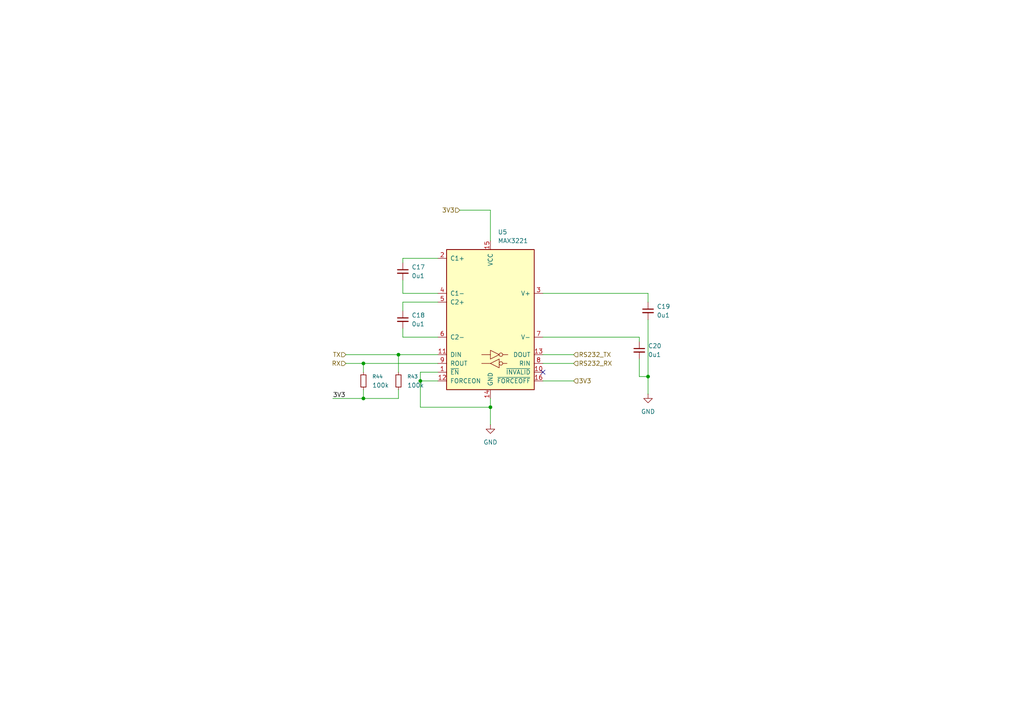
<source format=kicad_sch>
(kicad_sch (version 20250114) (generator "eeschema") (generator_version "9.0")
  (paper "A4")
  (lib_symbols
    (symbol "Device:C_Small" (pin_numbers (hide yes)) (pin_names (offset 0.254) (hide yes))
      (property "Reference" "C" (at 0.254 1.778 0))
      (property "Value" "C_Small" (at 0.254 -2.032 0))
      (symbol "C_Small_0_1"
        (polyline (pts (xy -1.524 0.508) (xy 1.524 0.508)) (stroke (width 0.3048)))
        (polyline (pts (xy -1.524 -0.508) (xy 1.524 -0.508)) (stroke (width 0.3302)))
      )
      (symbol "C_Small_1_1"
        (pin passive line (at 0 2.54 270) (length 2.032) (name "~") (number "1"))
        (pin passive line (at 0 -2.54 90) (length 2.032) (name "~") (number "2"))
      )
    )
    (symbol "Device:R_Small" (pin_numbers (hide yes)) (pin_names (offset 0.254) (hide yes))
      (property "Reference" "R" (at 0 0 90))
      (property "Value" "R_Small" (at 1.778 0 90))
      (symbol "R_Small_0_1"
        (rectangle (start -0.762 1.778) (end 0.762 -1.778) (stroke (width 0.2032)))
      )
      (symbol "R_Small_1_1"
        (pin passive line (at 0 2.54 270) (length 0.762) (name "~") (number "1"))
        (pin passive line (at 0 -2.54 90) (length 0.762) (name "~") (number "2"))
      )
    )
    (symbol "Interface_UART:MAX3221" (pin_names (offset 1.016))
      (property "Reference" "U" (at -10.16 21.59 0))
      (property "Value" "MAX3221" (at 12.7 21.59 0))
      (symbol "MAX3221_0_1"
        (rectangle (start -12.7 -20.32) (end 12.7 20.32) (stroke (width 0.254)) (fill (type background)))
        (polyline (pts (xy -2.54 -10.16) (xy 0 -10.16) (xy 0 -10.16)))
        (polyline (pts (xy -2.54 -12.7) (xy 0 -12.7) (xy 0 -12.7)))
        (polyline (pts (xy 0 -11.43) (xy 0 -8.89) (xy 2.54 -10.16) (xy 0 -11.43) (xy 0 -11.43) (xy 0 -11.43)))
        (polyline (pts (xy 2.54 -11.43) (xy 2.54 -13.97) (xy 0 -12.7) (xy 2.54 -11.43) (xy 2.54 -11.43)))
        (circle (center 3.048 -10.16) (radius 0.508))
        (circle (center 3.048 -12.7) (radius 0.508))
        (polyline (pts (xy 3.556 -10.16) (xy 5.08 -10.16) (xy 5.08 -10.16)))
        (polyline (pts (xy 3.556 -12.7) (xy 4.826 -12.7) (xy 4.826 -12.7)))
      )
      (symbol "MAX3221_1_1"
        (pin passive line (at -15.24 17.78 0) (length 2.54) (name "C1+") (number "2"))
        (pin passive line (at -15.24 7.62 0) (length 2.54) (name "C1-") (number "4"))
        (pin passive line (at -15.24 5.08 0) (length 2.54) (name "C2+") (number "5"))
        (pin passive line (at -15.24 -5.08 0) (length 2.54) (name "C2-") (number "6"))
        (pin input line (at -15.24 -10.16 0) (length 2.54) (name "DIN") (number "11"))
        (pin output line (at -15.24 -12.7 0) (length 2.54) (name "ROUT") (number "9"))
        (pin input line (at -15.24 -15.24 0) (length 2.54) (name "~{EN}") (number "1"))
        (pin input line (at -15.24 -17.78 0) (length 2.54) (name "FORCEON") (number "12"))
        (pin power_in line (at 0 22.86 270) (length 2.54) (name "VCC") (number "15"))
        (pin power_in line (at 0 -22.86 90) (length 2.54) (name "GND") (number "14"))
        (pin power_out line (at 15.24 7.62 180) (length 2.54) (name "V+") (number "3"))
        (pin power_out line (at 15.24 -5.08 180) (length 2.54) (name "V-") (number "7"))
        (pin output line (at 15.24 -10.16 180) (length 2.54) (name "DOUT") (number "13"))
        (pin input line (at 15.24 -12.7 180) (length 2.54) (name "RIN") (number "8"))
        (pin output line (at 15.24 -15.24 180) (length 2.54) (name "~{INVALID}") (number "10"))
        (pin input line (at 15.24 -17.78 180) (length 2.54) (name "~{FORCEOFF}") (number "16"))
      )
    )
    (symbol "power:GND" (power) (pin_numbers (hide yes)) (pin_names (offset 0) (hide yes))
      (property "Value" "GND" (at 0 -3.81 0))
      (symbol "GND_0_1"
        (polyline (pts (xy 0 0) (xy 0 -1.27) (xy 1.27 -1.27) (xy 0 -2.54) (xy -1.27 -1.27) (xy 0 -1.27)))
      )
      (symbol "GND_1_1"
        (pin power_in line (at 0 0 270) (length 0) (name "~") (number "1"))
      )
    )
  )
  (junction (at 105.41 105.41))
  (junction (at 121.92 110.49))
  (junction (at 142.24 118.11))
  (junction (at 187.96 109.22))
  (junction (at 115.57 102.87))
  (junction (at 105.41 115.57))
  (no_connect (at 157.48 107.95))
  (wire (pts (xy 185.42 97.79) (xy 185.42 99.06)))
  (wire (pts (xy 142.24 115.57) (xy 142.24 118.11)))
  (wire (pts (xy 187.96 85.09) (xy 187.96 87.63)))
  (wire (pts (xy 116.84 81.28) (xy 116.84 85.09)))
  (wire (pts (xy 142.24 118.11) (xy 142.24 123.19)))
  (wire (pts (xy 187.96 92.71) (xy 187.96 109.22)))
  (wire (pts (xy 105.41 105.41) (xy 127 105.41)))
  (wire (pts (xy 185.42 104.14) (xy 185.42 109.22)))
  (wire (pts (xy 157.48 110.49) (xy 166.37 110.49)))
  (wire (pts (xy 116.84 87.63) (xy 116.84 90.17)))
  (wire (pts (xy 157.48 85.09) (xy 187.96 85.09)))
  (wire (pts (xy 105.41 115.57) (xy 115.57 115.57)))
  (wire (pts (xy 105.41 113.03) (xy 105.41 115.57)))
  (wire (pts (xy 115.57 102.87) (xy 115.57 107.95)))
  (wire (pts (xy 100.33 105.41) (xy 105.41 105.41)))
  (wire (pts (xy 121.92 110.49) (xy 121.92 118.11)))
  (wire (pts (xy 142.24 60.96) (xy 142.24 69.85)))
  (wire (pts (xy 115.57 102.87) (xy 127 102.87)))
  (wire (pts (xy 116.84 95.25) (xy 116.84 97.79)))
  (wire (pts (xy 127 74.93) (xy 116.84 74.93)))
  (wire (pts (xy 116.84 85.09) (xy 127 85.09)))
  (wire (pts (xy 157.48 102.87) (xy 166.37 102.87)))
  (wire (pts (xy 121.92 107.95) (xy 121.92 110.49)))
  (wire (pts (xy 100.33 102.87) (xy 115.57 102.87)))
  (wire (pts (xy 115.57 113.03) (xy 115.57 115.57)))
  (wire (pts (xy 127 107.95) (xy 121.92 107.95)))
  (wire (pts (xy 121.92 118.11) (xy 142.24 118.11)))
  (wire (pts (xy 133.35 60.96) (xy 142.24 60.96)))
  (wire (pts (xy 105.41 105.41) (xy 105.41 107.95)))
  (wire (pts (xy 127 97.79) (xy 116.84 97.79)))
  (wire (pts (xy 157.48 105.41) (xy 166.37 105.41)))
  (wire (pts (xy 127 110.49) (xy 121.92 110.49)))
  (wire (pts (xy 185.42 109.22) (xy 187.96 109.22)))
  (wire (pts (xy 187.96 109.22) (xy 187.96 114.3)))
  (wire (pts (xy 116.84 74.93) (xy 116.84 76.2)))
  (wire (pts (xy 127 87.63) (xy 116.84 87.63)))
  (wire (pts (xy 96.52 115.57) (xy 105.41 115.57)))
  (wire (pts (xy 157.48 97.79) (xy 185.42 97.79)))
  (label "3V3" (at 96.52 115.57 0))
  (hierarchical_label "RX" (shape input) (at 100.33 105.41 180))
  (hierarchical_label "RS232_TX" (shape input) (at 166.37 102.87 0))
  (hierarchical_label "RS232_RX" (shape input) (at 166.37 105.41 0))
  (hierarchical_label "3V3" (shape input) (at 133.35 60.96 180))
  (hierarchical_label "3V3" (shape input) (at 166.37 110.49 0))
  (hierarchical_label "TX" (shape input) (at 100.33 102.87 180))
  (symbol (lib_id "Device:C_Small") (at 116.84 92.71 0) (unit 1)
    (property "Reference" "C18" (at 119.38 91.4462 0) (effects (justify left)))
    (property "Value" "0u1" (at 119.38 93.9862 0) (effects (justify left)))
    (property "Footprint" "Capacitor_SMD:C_0603_1608Metric_Pad1.08x0.95mm_HandSolder" (effects (hide yes)))
    (property "Description" "Unpolarized capacitor, small symbol" (effects (hide yes)))
  )
  (symbol (lib_id "Device:C_Small") (at 187.96 90.17 0) (unit 1)
    (property "Reference" "C19" (at 190.5 88.9062 0) (effects (justify left)))
    (property "Value" "0u1" (at 190.5 91.4462 0) (effects (justify left)))
    (property "Footprint" "Capacitor_SMD:C_0603_1608Metric_Pad1.08x0.95mm_HandSolder" (effects (hide yes)))
    (property "Description" "Unpolarized capacitor, small symbol" (effects (hide yes)))
  )
  (symbol (lib_id "Device:R_Small") (at 105.41 110.49 0) (unit 1)
    (property "Reference" "R44" (at 107.95 109.2199 0) (effects (font (size 1.016 1.016)) (justify left)))
    (property "Value" "100k" (at 107.95 111.7599 0) (effects (justify left)))
    (property "Footprint" "Resistor_SMD:R_0603_1608Metric_Pad0.98x0.95mm_HandSolder" (effects (hide yes)))
    (property "Description" "Resistor, small symbol" (effects (hide yes)))
  )
  (symbol (lib_id "Interface_UART:MAX3221") (at 142.24 92.71 0) (unit 1)
    (property "Reference" "U5" (at 144.3833 67.31 0) (effects (justify left)))
    (property "Value" "MAX3221" (at 144.3833 69.85 0) (effects (justify left)))
    (property "Footprint" "Package_SO:TSSOP-16_4.4x5mm_P0.65mm" (effects (hide yes)))
    (property "Datasheet" "http://www.ti.com/lit/ds/symlink/max3221.pdf" (effects (hide yes)))
    (property "Description" "RS232 transceiver with 15kV ESD protection" (effects (hide yes)))
  )
  (symbol (lib_id "power:GND") (at 142.24 123.19 0) (unit 1)
    (property "Reference" "#PWR08" (effects (hide yes)))
    (property "Value" "GND" (at 142.24 128.27 0))
    (property "Description" "Power symbol creates a global label with name \"GND\" , ground" (effects (hide yes)))
  )
  (symbol (lib_id "power:GND") (at 187.96 114.3 0) (unit 1)
    (property "Reference" "#PWR07" (effects (hide yes)))
    (property "Value" "GND" (at 187.96 119.38 0))
    (property "Description" "Power symbol creates a global label with name \"GND\" , ground" (effects (hide yes)))
  )
  (symbol (lib_id "Device:C_Small") (at 185.42 101.6 0) (unit 1)
    (property "Reference" "C20" (at 187.96 100.3362 0) (effects (justify left)))
    (property "Value" "0u1" (at 187.96 102.8762 0) (effects (justify left)))
    (property "Footprint" "Capacitor_SMD:C_0603_1608Metric_Pad1.08x0.95mm_HandSolder" (effects (hide yes)))
    (property "Description" "Unpolarized capacitor, small symbol" (effects (hide yes)))
  )
  (symbol (lib_id "Device:C_Small") (at 116.84 78.74 0) (unit 1)
    (property "Reference" "C17" (at 119.38 77.4762 0) (effects (justify left)))
    (property "Value" "0u1" (at 119.38 80.0162 0) (effects (justify left)))
    (property "Footprint" "Capacitor_SMD:C_0603_1608Metric_Pad1.08x0.95mm_HandSolder" (effects (hide yes)))
    (property "Description" "Unpolarized capacitor, small symbol" (effects (hide yes)))
  )
  (symbol (lib_id "Device:R_Small") (at 115.57 110.49 0) (unit 1)
    (property "Reference" "R43" (at 118.11 109.2199 0) (effects (font (size 1.016 1.016)) (justify left)))
    (property "Value" "100k" (at 118.11 111.7599 0) (effects (justify left)))
    (property "Footprint" "Resistor_SMD:R_0603_1608Metric_Pad0.98x0.95mm_HandSolder" (effects (hide yes)))
    (property "Description" "Resistor, small symbol" (effects (hide yes)))
  )
)
</source>
